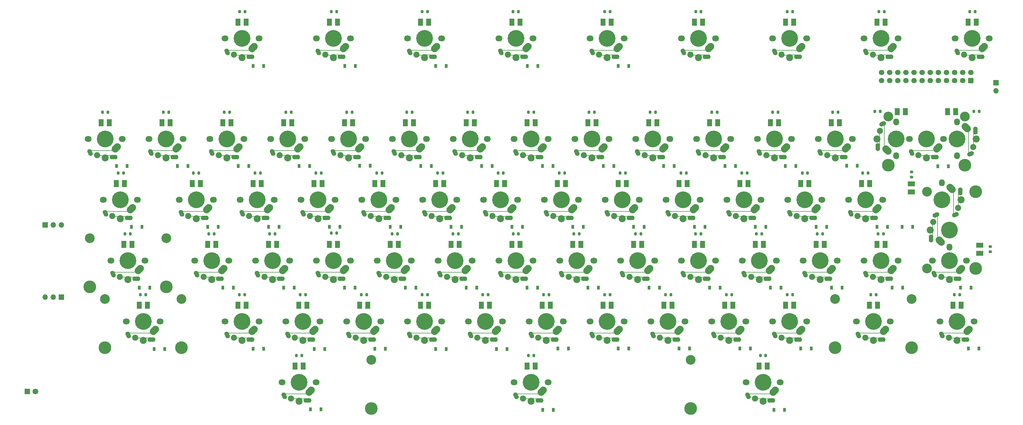
<source format=gbr>
G04 #@! TF.GenerationSoftware,KiCad,Pcbnew,(6.0.10)*
G04 #@! TF.CreationDate,2023-01-22T17:07:08-08:00*
G04 #@! TF.ProjectId,AtariChocXE,41746172-6943-4686-9f63-58452e6b6963,11*
G04 #@! TF.SameCoordinates,Original*
G04 #@! TF.FileFunction,Soldermask,Top*
G04 #@! TF.FilePolarity,Negative*
%FSLAX46Y46*%
G04 Gerber Fmt 4.6, Leading zero omitted, Abs format (unit mm)*
G04 Created by KiCad (PCBNEW (6.0.10)) date 2023-01-22 17:07:08*
%MOMM*%
%LPD*%
G01*
G04 APERTURE LIST*
G04 Aperture macros list*
%AMRoundRect*
0 Rectangle with rounded corners*
0 $1 Rounding radius*
0 $2 $3 $4 $5 $6 $7 $8 $9 X,Y pos of 4 corners*
0 Add a 4 corners polygon primitive as box body*
4,1,4,$2,$3,$4,$5,$6,$7,$8,$9,$2,$3,0*
0 Add four circle primitives for the rounded corners*
1,1,$1+$1,$2,$3*
1,1,$1+$1,$4,$5*
1,1,$1+$1,$6,$7*
1,1,$1+$1,$8,$9*
0 Add four rect primitives between the rounded corners*
20,1,$1+$1,$2,$3,$4,$5,0*
20,1,$1+$1,$4,$5,$6,$7,0*
20,1,$1+$1,$6,$7,$8,$9,0*
20,1,$1+$1,$8,$9,$2,$3,0*%
%AMHorizOval*
0 Thick line with rounded ends*
0 $1 width*
0 $2 $3 position (X,Y) of the first rounded end (center of the circle)*
0 $4 $5 position (X,Y) of the second rounded end (center of the circle)*
0 Add line between two ends*
20,1,$1,$2,$3,$4,$5,0*
0 Add two circle primitives to create the rounded ends*
1,1,$1,$2,$3*
1,1,$1,$4,$5*%
G04 Aperture macros list end*
%ADD10R,1.800000X1.800000*%
%ADD11C,1.800000*%
%ADD12O,2.200000X1.800000*%
%ADD13C,5.250000*%
%ADD14R,6.832600X0.228600*%
%ADD15HorizOval,2.200000X-0.353553X-0.353553X0.353553X0.353553X0*%
%ADD16HorizOval,1.400000X-0.169047X0.362523X0.169047X-0.362523X0*%
%ADD17R,1.312000X0.254000*%
%ADD18C,1.900000*%
%ADD19O,2.500000X1.400000*%
%ADD20R,1.758000X0.284000*%
%ADD21C,2.200000*%
%ADD22R,1.500000X2.300000*%
%ADD23R,2.300000X1.500000*%
%ADD24C,3.987800*%
%ADD25C,3.048000*%
%ADD26O,1.800000X2.200000*%
%ADD27HorizOval,1.400000X-0.362523X-0.169047X0.362523X0.169047X0*%
%ADD28HorizOval,2.200000X0.353553X-0.353553X-0.353553X0.353553X0*%
%ADD29R,0.228600X6.832600*%
%ADD30O,1.400000X2.500000*%
%ADD31R,0.254000X1.312000*%
%ADD32R,0.284000X1.758000*%
%ADD33HorizOval,2.200000X-0.353553X0.353553X0.353553X-0.353553X0*%
%ADD34HorizOval,1.400000X0.362523X0.169047X-0.362523X-0.169047X0*%
%ADD35RoundRect,0.200000X0.200000X0.275000X-0.200000X0.275000X-0.200000X-0.275000X0.200000X-0.275000X0*%
%ADD36R,0.900000X1.200000*%
%ADD37R,1.700000X1.700000*%
%ADD38O,1.700000X1.700000*%
%ADD39RoundRect,0.200000X-0.200000X-0.275000X0.200000X-0.275000X0.200000X0.275000X-0.200000X0.275000X0*%
%ADD40RoundRect,0.200000X0.275000X-0.200000X0.275000X0.200000X-0.275000X0.200000X-0.275000X-0.200000X0*%
%ADD41RoundRect,0.200000X-0.275000X0.200000X-0.275000X-0.200000X0.275000X-0.200000X0.275000X0.200000X0*%
%ADD42RoundRect,0.250000X0.600000X-0.600000X0.600000X0.600000X-0.600000X0.600000X-0.600000X-0.600000X0*%
%ADD43C,1.700000*%
G04 APERTURE END LIST*
D10*
X29360000Y-143200000D03*
D11*
X31900000Y-143200000D03*
D12*
X81767500Y-102160000D03*
D13*
X87097500Y-102160000D03*
D12*
X92427500Y-102160000D03*
D14*
X85878300Y-105843000D03*
D15*
X90597500Y-105030000D03*
D16*
X82397500Y-106410000D03*
D17*
X85827500Y-107367000D03*
D18*
X84557500Y-107240000D03*
D19*
X89697500Y-107910000D03*
D20*
X88357500Y-107352000D03*
D21*
X87097500Y-108160000D03*
D22*
X88367500Y-97080000D03*
X85827500Y-97080000D03*
D13*
X172822500Y-121210000D03*
D12*
X167492500Y-121210000D03*
X178152500Y-121210000D03*
D16*
X168122500Y-125460000D03*
D14*
X171603300Y-124893000D03*
D15*
X176322500Y-124080000D03*
D21*
X172822500Y-127210000D03*
D17*
X171552500Y-126417000D03*
D18*
X170282500Y-126290000D03*
D20*
X174082500Y-126402000D03*
D19*
X175422500Y-126960000D03*
D22*
X174092500Y-116130000D03*
X171552500Y-116130000D03*
D12*
X140052500Y-121210000D03*
X129392500Y-121210000D03*
D13*
X134722500Y-121210000D03*
D14*
X133503300Y-124893000D03*
D15*
X138222500Y-124080000D03*
D16*
X130022500Y-125460000D03*
D18*
X132182500Y-126290000D03*
D19*
X137322500Y-126960000D03*
D17*
X133452500Y-126417000D03*
D20*
X135982500Y-126402000D03*
D21*
X134722500Y-127210000D03*
D22*
X135992500Y-116130000D03*
X133452500Y-116130000D03*
D12*
X224642500Y-121210000D03*
D13*
X229972500Y-121210000D03*
D12*
X235302500Y-121210000D03*
D14*
X228753300Y-124893000D03*
D16*
X225272500Y-125460000D03*
D15*
X233472500Y-124080000D03*
D21*
X229972500Y-127210000D03*
D18*
X227432500Y-126290000D03*
D20*
X231232500Y-126402000D03*
D17*
X228702500Y-126417000D03*
D19*
X232572500Y-126960000D03*
D22*
X231242500Y-116130000D03*
X228702500Y-116130000D03*
D12*
X312748750Y-102160000D03*
X323408750Y-102160000D03*
D13*
X318078750Y-102160000D03*
D15*
X321578750Y-105030000D03*
D14*
X316859550Y-105843000D03*
D16*
X313378750Y-106410000D03*
D20*
X319338750Y-107352000D03*
D17*
X316808750Y-107367000D03*
D18*
X315538750Y-107240000D03*
D21*
X318078750Y-108160000D03*
D19*
X320678750Y-107910000D03*
D23*
X327603750Y-97397500D03*
X327603750Y-99937500D03*
D12*
X119811875Y-140260000D03*
D13*
X114481875Y-140260000D03*
D12*
X109151875Y-140260000D03*
D14*
X113262675Y-143943000D03*
D15*
X117981875Y-143130000D03*
D16*
X109781875Y-144510000D03*
D19*
X117081875Y-146010000D03*
D18*
X111941875Y-145340000D03*
D21*
X114481875Y-146260000D03*
D17*
X113211875Y-145467000D03*
D20*
X115741875Y-145452000D03*
D22*
X115751875Y-135180000D03*
X113211875Y-135180000D03*
D13*
X125197500Y-102160000D03*
D12*
X130527500Y-102160000D03*
X119867500Y-102160000D03*
D15*
X128697500Y-105030000D03*
D14*
X123978300Y-105843000D03*
D16*
X120497500Y-106410000D03*
D20*
X126457500Y-107352000D03*
D21*
X125197500Y-108160000D03*
D17*
X123927500Y-107367000D03*
D18*
X122657500Y-107240000D03*
D19*
X127797500Y-107910000D03*
D22*
X126467500Y-97080000D03*
X123927500Y-97080000D03*
D12*
X138917500Y-102160000D03*
X149577500Y-102160000D03*
D13*
X144247500Y-102160000D03*
D15*
X147747500Y-105030000D03*
D14*
X143028300Y-105843000D03*
D16*
X139547500Y-106410000D03*
D19*
X146847500Y-107910000D03*
D17*
X142977500Y-107367000D03*
D18*
X141707500Y-107240000D03*
D20*
X145507500Y-107352000D03*
D21*
X144247500Y-108160000D03*
D22*
X145517500Y-97080000D03*
X142977500Y-97080000D03*
D12*
X168627500Y-102160000D03*
D13*
X163297500Y-102160000D03*
D12*
X157967500Y-102160000D03*
D16*
X158597500Y-106410000D03*
D15*
X166797500Y-105030000D03*
D14*
X162078300Y-105843000D03*
D18*
X160757500Y-107240000D03*
D21*
X163297500Y-108160000D03*
D20*
X164557500Y-107352000D03*
D19*
X165897500Y-107910000D03*
D17*
X162027500Y-107367000D03*
D22*
X164567500Y-97080000D03*
X162027500Y-97080000D03*
D12*
X177017500Y-102160000D03*
X187677500Y-102160000D03*
D13*
X182347500Y-102160000D03*
D15*
X185847500Y-105030000D03*
D14*
X181128300Y-105843000D03*
D16*
X177647500Y-106410000D03*
D19*
X184947500Y-107910000D03*
D18*
X179807500Y-107240000D03*
D20*
X183607500Y-107352000D03*
D17*
X181077500Y-107367000D03*
D21*
X182347500Y-108160000D03*
D22*
X183617500Y-97080000D03*
X181077500Y-97080000D03*
D12*
X205592500Y-32610000D03*
D13*
X210922500Y-32610000D03*
D12*
X216252500Y-32610000D03*
D16*
X206222500Y-36860000D03*
D14*
X209703300Y-36293000D03*
D15*
X214422500Y-35480000D03*
D21*
X210922500Y-38610000D03*
D19*
X213522500Y-38360000D03*
D20*
X212182500Y-37802000D03*
D18*
X208382500Y-37690000D03*
D17*
X209652500Y-37817000D03*
D22*
X212192500Y-27530000D03*
X209652500Y-27530000D03*
D12*
X325790000Y-121210000D03*
X315130000Y-121210000D03*
D13*
X320460000Y-121210000D03*
D14*
X319240800Y-124893000D03*
D16*
X315760000Y-125460000D03*
D15*
X323960000Y-124080000D03*
D17*
X319190000Y-126417000D03*
D21*
X320460000Y-127210000D03*
D18*
X317920000Y-126290000D03*
D20*
X321720000Y-126402000D03*
D19*
X323060000Y-126960000D03*
D22*
X321730000Y-116130000D03*
X319190000Y-116130000D03*
D12*
X206727500Y-102160000D03*
X196067500Y-102160000D03*
D13*
X201397500Y-102160000D03*
D15*
X204897500Y-105030000D03*
D16*
X196697500Y-106410000D03*
D14*
X200178300Y-105843000D03*
D18*
X198857500Y-107240000D03*
D20*
X202657500Y-107352000D03*
D19*
X203997500Y-107910000D03*
D21*
X201397500Y-108160000D03*
D17*
X200127500Y-107367000D03*
D22*
X202667500Y-97080000D03*
X200127500Y-97080000D03*
D12*
X225777500Y-102160000D03*
X215117500Y-102160000D03*
D13*
X220447500Y-102160000D03*
D15*
X223947500Y-105030000D03*
D14*
X219228300Y-105843000D03*
D16*
X215747500Y-106410000D03*
D19*
X223047500Y-107910000D03*
D18*
X217907500Y-107240000D03*
D21*
X220447500Y-108160000D03*
D20*
X221707500Y-107352000D03*
D17*
X219177500Y-107367000D03*
D22*
X221717500Y-97080000D03*
X219177500Y-97080000D03*
D12*
X244827500Y-102160000D03*
D13*
X239497500Y-102160000D03*
D12*
X234167500Y-102160000D03*
D15*
X242997500Y-105030000D03*
D16*
X234797500Y-106410000D03*
D14*
X238278300Y-105843000D03*
D18*
X236957500Y-107240000D03*
D20*
X240757500Y-107352000D03*
D21*
X239497500Y-108160000D03*
D17*
X238227500Y-107367000D03*
D19*
X242097500Y-107910000D03*
D22*
X240767500Y-97080000D03*
X238227500Y-97080000D03*
D24*
X53666250Y-129465000D03*
D12*
X70996250Y-121210000D03*
D24*
X77666250Y-129465000D03*
D12*
X60336250Y-121210000D03*
D25*
X53666250Y-114225000D03*
D13*
X65666250Y-121210000D03*
D25*
X77666250Y-114225000D03*
D16*
X60966250Y-125460000D03*
D14*
X64447050Y-124893000D03*
D15*
X69166250Y-124080000D03*
D20*
X66926250Y-126402000D03*
D21*
X65666250Y-127210000D03*
D19*
X68266250Y-126960000D03*
D18*
X63126250Y-126290000D03*
D17*
X64396250Y-126417000D03*
D22*
X66936250Y-116130000D03*
X64396250Y-116130000D03*
D12*
X205592500Y-121210000D03*
X216252500Y-121210000D03*
D13*
X210922500Y-121210000D03*
D16*
X206222500Y-125460000D03*
D14*
X209703300Y-124893000D03*
D15*
X214422500Y-124080000D03*
D18*
X208382500Y-126290000D03*
D19*
X213522500Y-126960000D03*
D20*
X212182500Y-126402000D03*
D17*
X209652500Y-126417000D03*
D21*
X210922500Y-127210000D03*
D22*
X212192500Y-116130000D03*
X209652500Y-116130000D03*
D12*
X186542500Y-121210000D03*
D13*
X191872500Y-121210000D03*
D12*
X197202500Y-121210000D03*
D14*
X190653300Y-124893000D03*
D15*
X195372500Y-124080000D03*
D16*
X187172500Y-125460000D03*
D17*
X190602500Y-126417000D03*
D21*
X191872500Y-127210000D03*
D18*
X189332500Y-126290000D03*
D20*
X193132500Y-126402000D03*
D19*
X194472500Y-126960000D03*
D22*
X193142500Y-116130000D03*
X190602500Y-116130000D03*
D13*
X296660000Y-32610000D03*
D12*
X291330000Y-32610000D03*
X301990000Y-32610000D03*
D14*
X295440800Y-36293000D03*
D16*
X291960000Y-36860000D03*
D15*
X300160000Y-35480000D03*
D19*
X299260000Y-38360000D03*
D20*
X297920000Y-37802000D03*
D21*
X296660000Y-38610000D03*
D18*
X294120000Y-37690000D03*
D17*
X295390000Y-37817000D03*
D22*
X297930000Y-27530000D03*
X295390000Y-27530000D03*
D12*
X243692500Y-121210000D03*
X254352500Y-121210000D03*
D13*
X249022500Y-121210000D03*
D15*
X252522500Y-124080000D03*
D14*
X247803300Y-124893000D03*
D16*
X244322500Y-125460000D03*
D20*
X250282500Y-126402000D03*
D17*
X247752500Y-126417000D03*
D19*
X251622500Y-126960000D03*
D21*
X249022500Y-127210000D03*
D18*
X246482500Y-126290000D03*
D22*
X250292500Y-116130000D03*
X247752500Y-116130000D03*
D13*
X277597500Y-102160000D03*
D12*
X272267500Y-102160000D03*
X282927500Y-102160000D03*
D16*
X272897500Y-106410000D03*
D15*
X281097500Y-105030000D03*
D14*
X276378300Y-105843000D03*
D17*
X276327500Y-107367000D03*
D18*
X275057500Y-107240000D03*
D20*
X278857500Y-107352000D03*
D19*
X280197500Y-107910000D03*
D21*
X277597500Y-108160000D03*
D22*
X278867500Y-97080000D03*
X276327500Y-97080000D03*
D25*
X282266250Y-114225000D03*
X306266250Y-114225000D03*
D12*
X288936250Y-121210000D03*
X299596250Y-121210000D03*
D13*
X294266250Y-121210000D03*
D24*
X306266250Y-129465000D03*
X282266250Y-129465000D03*
D16*
X289566250Y-125460000D03*
D14*
X293047050Y-124893000D03*
D15*
X297766250Y-124080000D03*
D21*
X294266250Y-127210000D03*
D20*
X295526250Y-126402000D03*
D17*
X292996250Y-126417000D03*
D18*
X291726250Y-126290000D03*
D19*
X296866250Y-126960000D03*
D22*
X295536250Y-116130000D03*
X292996250Y-116130000D03*
D12*
X100817500Y-102160000D03*
X111477500Y-102160000D03*
D13*
X106147500Y-102160000D03*
D16*
X101447500Y-106410000D03*
D14*
X104928300Y-105843000D03*
D15*
X109647500Y-105030000D03*
D20*
X107407500Y-107352000D03*
D21*
X106147500Y-108160000D03*
D18*
X103607500Y-107240000D03*
D17*
X104877500Y-107367000D03*
D19*
X108747500Y-107910000D03*
D22*
X107417500Y-97080000D03*
X104877500Y-97080000D03*
D13*
X268072500Y-32610000D03*
D12*
X262742500Y-32610000D03*
X273402500Y-32610000D03*
D16*
X263372500Y-36860000D03*
D15*
X271572500Y-35480000D03*
D14*
X266853300Y-36293000D03*
D17*
X266802500Y-37817000D03*
D21*
X268072500Y-38610000D03*
D20*
X269332500Y-37802000D03*
D19*
X270672500Y-38360000D03*
D18*
X265532500Y-37690000D03*
D22*
X269342500Y-27530000D03*
X266802500Y-27530000D03*
D12*
X263877500Y-102160000D03*
X253217500Y-102160000D03*
D13*
X258547500Y-102160000D03*
D15*
X262047500Y-105030000D03*
D14*
X257328300Y-105843000D03*
D16*
X253847500Y-106410000D03*
D19*
X261147500Y-107910000D03*
D21*
X258547500Y-108160000D03*
D18*
X256007500Y-107240000D03*
D17*
X257277500Y-107367000D03*
D20*
X259807500Y-107352000D03*
D22*
X259817500Y-97080000D03*
X257277500Y-97080000D03*
D13*
X268072500Y-121210000D03*
D12*
X273402500Y-121210000D03*
X262742500Y-121210000D03*
D15*
X271572500Y-124080000D03*
D14*
X266853300Y-124893000D03*
D16*
X263372500Y-125460000D03*
D18*
X265532500Y-126290000D03*
D17*
X266802500Y-126417000D03*
D19*
X270672500Y-126960000D03*
D21*
X268072500Y-127210000D03*
D20*
X269332500Y-126402000D03*
D22*
X269342500Y-116130000D03*
X266802500Y-116130000D03*
D25*
X237110000Y-133275000D03*
D12*
X192440000Y-140260000D03*
D13*
X187110000Y-140260000D03*
D24*
X137110000Y-148515000D03*
X237110000Y-148515000D03*
D25*
X137110000Y-133275000D03*
D12*
X181780000Y-140260000D03*
D14*
X185890800Y-143943000D03*
D16*
X182410000Y-144510000D03*
D15*
X190610000Y-143130000D03*
D18*
X184570000Y-145340000D03*
D17*
X185840000Y-145467000D03*
D19*
X189710000Y-146010000D03*
D20*
X188370000Y-145452000D03*
D21*
X187110000Y-146260000D03*
D22*
X188380000Y-135180000D03*
X185840000Y-135180000D03*
D12*
X244827500Y-32610000D03*
X234167500Y-32610000D03*
D13*
X239497500Y-32610000D03*
D15*
X242997500Y-35480000D03*
D16*
X234797500Y-36860000D03*
D14*
X238278300Y-36293000D03*
D19*
X242097500Y-38360000D03*
D18*
X236957500Y-37690000D03*
D17*
X238227500Y-37817000D03*
D20*
X240757500Y-37802000D03*
D21*
X239497500Y-38610000D03*
D22*
X240767500Y-27530000D03*
X238227500Y-27530000D03*
D12*
X159102500Y-121210000D03*
X148442500Y-121210000D03*
D13*
X153772500Y-121210000D03*
D14*
X152553300Y-124893000D03*
D16*
X149072500Y-125460000D03*
D15*
X157272500Y-124080000D03*
D17*
X152502500Y-126417000D03*
D18*
X151232500Y-126290000D03*
D21*
X153772500Y-127210000D03*
D20*
X155032500Y-126402000D03*
D19*
X156372500Y-126960000D03*
D22*
X155042500Y-116130000D03*
X152502500Y-116130000D03*
D12*
X110342500Y-121210000D03*
D13*
X115672500Y-121210000D03*
D12*
X121002500Y-121210000D03*
D16*
X110972500Y-125460000D03*
D15*
X119172500Y-124080000D03*
D14*
X114453300Y-124893000D03*
D20*
X116932500Y-126402000D03*
D17*
X114402500Y-126417000D03*
D19*
X118272500Y-126960000D03*
D18*
X113132500Y-126290000D03*
D21*
X115672500Y-127210000D03*
D22*
X116942500Y-116130000D03*
X114402500Y-116130000D03*
D13*
X96622500Y-121210000D03*
D12*
X101952500Y-121210000D03*
X91292500Y-121210000D03*
D14*
X95403300Y-124893000D03*
D16*
X91922500Y-125460000D03*
D15*
X100122500Y-124080000D03*
D19*
X99222500Y-126960000D03*
D18*
X94082500Y-126290000D03*
D20*
X97882500Y-126402000D03*
D17*
X95352500Y-126417000D03*
D21*
X96622500Y-127210000D03*
D22*
X97892500Y-116130000D03*
X95352500Y-116130000D03*
D13*
X101385000Y-83110000D03*
D12*
X106715000Y-83110000D03*
X96055000Y-83110000D03*
D16*
X96685000Y-87360000D03*
D14*
X100165800Y-86793000D03*
D15*
X104885000Y-85980000D03*
D19*
X103985000Y-88860000D03*
D18*
X98845000Y-88190000D03*
D21*
X101385000Y-89110000D03*
D17*
X100115000Y-88317000D03*
D20*
X102645000Y-88302000D03*
D22*
X102655000Y-78030000D03*
X100115000Y-78030000D03*
D12*
X182915000Y-83110000D03*
D13*
X177585000Y-83110000D03*
D12*
X172255000Y-83110000D03*
D16*
X172885000Y-87360000D03*
D15*
X181085000Y-85980000D03*
D14*
X176365800Y-86793000D03*
D21*
X177585000Y-89110000D03*
D18*
X175045000Y-88190000D03*
D19*
X180185000Y-88860000D03*
D17*
X176315000Y-88317000D03*
D20*
X178845000Y-88302000D03*
D22*
X178855000Y-78030000D03*
X176315000Y-78030000D03*
D12*
X163865000Y-83110000D03*
X153205000Y-83110000D03*
D13*
X158535000Y-83110000D03*
D15*
X162035000Y-85980000D03*
D16*
X153835000Y-87360000D03*
D14*
X157315800Y-86793000D03*
D18*
X155995000Y-88190000D03*
D19*
X161135000Y-88860000D03*
D17*
X157265000Y-88317000D03*
D21*
X158535000Y-89110000D03*
D20*
X159795000Y-88302000D03*
D22*
X159805000Y-78030000D03*
X157265000Y-78030000D03*
D12*
X201965000Y-83110000D03*
D13*
X196635000Y-83110000D03*
D12*
X191305000Y-83110000D03*
D15*
X200135000Y-85980000D03*
D16*
X191935000Y-87360000D03*
D14*
X195415800Y-86793000D03*
D17*
X195365000Y-88317000D03*
D18*
X194095000Y-88190000D03*
D21*
X196635000Y-89110000D03*
D19*
X199235000Y-88860000D03*
D20*
X197895000Y-88302000D03*
D22*
X197905000Y-78030000D03*
X195365000Y-78030000D03*
D26*
X315697500Y-77780000D03*
D13*
X315697500Y-83110000D03*
D27*
X319947500Y-87810000D03*
D28*
X318567500Y-79610000D03*
D29*
X319380500Y-84329200D03*
D18*
X320777500Y-85650000D03*
D30*
X321447500Y-80510000D03*
D21*
X321697500Y-83110000D03*
D31*
X320904500Y-84380000D03*
D32*
X320889500Y-81850000D03*
D23*
X306172500Y-78188750D03*
X306172500Y-80728750D03*
D12*
X248455000Y-83110000D03*
D13*
X253785000Y-83110000D03*
D12*
X259115000Y-83110000D03*
D15*
X257285000Y-85980000D03*
D16*
X249085000Y-87360000D03*
D14*
X252565800Y-86793000D03*
D18*
X251245000Y-88190000D03*
D21*
X253785000Y-89110000D03*
D20*
X255045000Y-88302000D03*
D19*
X256385000Y-88860000D03*
D17*
X252515000Y-88317000D03*
D22*
X255055000Y-78030000D03*
X252515000Y-78030000D03*
D12*
X87665000Y-83110000D03*
D13*
X82335000Y-83110000D03*
D12*
X77005000Y-83110000D03*
D14*
X81115800Y-86793000D03*
D15*
X85835000Y-85980000D03*
D16*
X77635000Y-87360000D03*
D20*
X83595000Y-88302000D03*
D17*
X81065000Y-88317000D03*
D21*
X82335000Y-89110000D03*
D18*
X79795000Y-88190000D03*
D19*
X84935000Y-88860000D03*
D22*
X83605000Y-78030000D03*
X81065000Y-78030000D03*
D13*
X215685000Y-83110000D03*
D12*
X210355000Y-83110000D03*
X221015000Y-83110000D03*
D15*
X219185000Y-85980000D03*
D14*
X214465800Y-86793000D03*
D16*
X210985000Y-87360000D03*
D20*
X216945000Y-88302000D03*
D19*
X218285000Y-88860000D03*
D21*
X215685000Y-89110000D03*
D18*
X213145000Y-88190000D03*
D17*
X214415000Y-88317000D03*
D22*
X216955000Y-78030000D03*
X214415000Y-78030000D03*
D12*
X286555000Y-83110000D03*
X297215000Y-83110000D03*
D13*
X291885000Y-83110000D03*
D16*
X287185000Y-87360000D03*
D15*
X295385000Y-85980000D03*
D14*
X290665800Y-86793000D03*
D21*
X291885000Y-89110000D03*
D18*
X289345000Y-88190000D03*
D19*
X294485000Y-88860000D03*
D20*
X293145000Y-88302000D03*
D17*
X290615000Y-88317000D03*
D22*
X293155000Y-78030000D03*
X290615000Y-78030000D03*
D12*
X278165000Y-83110000D03*
X267505000Y-83110000D03*
D13*
X272835000Y-83110000D03*
D16*
X268135000Y-87360000D03*
D15*
X276335000Y-85980000D03*
D14*
X271615800Y-86793000D03*
D21*
X272835000Y-89110000D03*
D19*
X275435000Y-88860000D03*
D18*
X270295000Y-88190000D03*
D20*
X274095000Y-88302000D03*
D17*
X271565000Y-88317000D03*
D22*
X274105000Y-78030000D03*
X271565000Y-78030000D03*
D12*
X134155000Y-83110000D03*
X144815000Y-83110000D03*
D13*
X139485000Y-83110000D03*
D14*
X138265800Y-86793000D03*
D16*
X134785000Y-87360000D03*
D15*
X142985000Y-85980000D03*
D19*
X142085000Y-88860000D03*
D18*
X136945000Y-88190000D03*
D21*
X139485000Y-89110000D03*
D17*
X138215000Y-88317000D03*
D20*
X140745000Y-88302000D03*
D22*
X140755000Y-78030000D03*
X138215000Y-78030000D03*
D13*
X120435000Y-83110000D03*
D12*
X125765000Y-83110000D03*
X115105000Y-83110000D03*
D16*
X115735000Y-87360000D03*
D14*
X119215800Y-86793000D03*
D15*
X123935000Y-85980000D03*
D18*
X117895000Y-88190000D03*
D20*
X121695000Y-88302000D03*
D19*
X123035000Y-88860000D03*
D17*
X119165000Y-88317000D03*
D21*
X120435000Y-89110000D03*
D22*
X121705000Y-78030000D03*
X119165000Y-78030000D03*
D12*
X229405000Y-83110000D03*
X240065000Y-83110000D03*
D13*
X234735000Y-83110000D03*
D14*
X233515800Y-86793000D03*
D15*
X238235000Y-85980000D03*
D16*
X230035000Y-87360000D03*
D19*
X237335000Y-88860000D03*
D20*
X235995000Y-88302000D03*
D18*
X232195000Y-88190000D03*
D21*
X234735000Y-89110000D03*
D17*
X233465000Y-88317000D03*
D22*
X236005000Y-78030000D03*
X233465000Y-78030000D03*
D13*
X53760000Y-64060000D03*
D12*
X48430000Y-64060000D03*
X59090000Y-64060000D03*
D14*
X52540800Y-67743000D03*
D16*
X49060000Y-68310000D03*
D15*
X57260000Y-66930000D03*
D20*
X55020000Y-69252000D03*
D17*
X52490000Y-69267000D03*
D18*
X51220000Y-69140000D03*
D21*
X53760000Y-70060000D03*
D19*
X56360000Y-69810000D03*
D22*
X55030000Y-58980000D03*
X52490000Y-58980000D03*
D12*
X200830000Y-64060000D03*
X211490000Y-64060000D03*
D13*
X206160000Y-64060000D03*
D14*
X204940800Y-67743000D03*
D16*
X201460000Y-68310000D03*
D15*
X209660000Y-66930000D03*
D17*
X204890000Y-69267000D03*
D18*
X203620000Y-69140000D03*
D21*
X206160000Y-70060000D03*
D19*
X208760000Y-69810000D03*
D20*
X207420000Y-69252000D03*
D22*
X207430000Y-58980000D03*
X204890000Y-58980000D03*
D13*
X168060000Y-64060000D03*
D12*
X162730000Y-64060000D03*
X173390000Y-64060000D03*
D14*
X166840800Y-67743000D03*
D16*
X163360000Y-68310000D03*
D15*
X171560000Y-66930000D03*
D19*
X170660000Y-69810000D03*
D21*
X168060000Y-70060000D03*
D20*
X169320000Y-69252000D03*
D18*
X165520000Y-69140000D03*
D17*
X166790000Y-69267000D03*
D22*
X169330000Y-58980000D03*
X166790000Y-58980000D03*
D12*
X230540000Y-64060000D03*
X219880000Y-64060000D03*
D13*
X225210000Y-64060000D03*
D15*
X228710000Y-66930000D03*
D14*
X223990800Y-67743000D03*
D16*
X220510000Y-68310000D03*
D21*
X225210000Y-70060000D03*
D19*
X227810000Y-69810000D03*
D18*
X222670000Y-69140000D03*
D20*
X226470000Y-69252000D03*
D17*
X223940000Y-69267000D03*
D22*
X226480000Y-58980000D03*
X223940000Y-58980000D03*
D12*
X238930000Y-64060000D03*
D13*
X244260000Y-64060000D03*
D12*
X249590000Y-64060000D03*
D15*
X247760000Y-66930000D03*
D16*
X239560000Y-68310000D03*
D14*
X243040800Y-67743000D03*
D18*
X241720000Y-69140000D03*
D19*
X246860000Y-69810000D03*
D17*
X242990000Y-69267000D03*
D20*
X245520000Y-69252000D03*
D21*
X244260000Y-70060000D03*
D22*
X245530000Y-58980000D03*
X242990000Y-58980000D03*
D12*
X154340000Y-64060000D03*
D13*
X149010000Y-64060000D03*
D12*
X143680000Y-64060000D03*
D14*
X147790800Y-67743000D03*
D16*
X144310000Y-68310000D03*
D15*
X152510000Y-66930000D03*
D20*
X150270000Y-69252000D03*
D17*
X147740000Y-69267000D03*
D18*
X146470000Y-69140000D03*
D21*
X149010000Y-70060000D03*
D19*
X151610000Y-69810000D03*
D22*
X150280000Y-58980000D03*
X147740000Y-58980000D03*
D26*
X301410000Y-69390000D03*
D13*
X301410000Y-64060000D03*
D26*
X301410000Y-58730000D03*
D29*
X297727000Y-62840800D03*
D33*
X298540000Y-67560000D03*
D34*
X297160000Y-59360000D03*
D31*
X296203000Y-62790000D03*
D32*
X296218000Y-65320000D03*
D21*
X295410000Y-64060000D03*
D30*
X295660000Y-66660000D03*
D18*
X296330000Y-61520000D03*
D22*
X301722571Y-55556974D03*
X304262571Y-55556974D03*
D13*
X110910000Y-64060000D03*
D12*
X105580000Y-64060000D03*
X116240000Y-64060000D03*
D15*
X114410000Y-66930000D03*
D16*
X106210000Y-68310000D03*
D14*
X109690800Y-67743000D03*
D20*
X112170000Y-69252000D03*
D19*
X113510000Y-69810000D03*
D17*
X109640000Y-69267000D03*
D18*
X108370000Y-69140000D03*
D21*
X110910000Y-70060000D03*
D22*
X112180000Y-58980000D03*
X109640000Y-58980000D03*
D13*
X282360000Y-64060000D03*
D12*
X277030000Y-64060000D03*
X287690000Y-64060000D03*
D16*
X277660000Y-68310000D03*
D14*
X281140800Y-67743000D03*
D15*
X285860000Y-66930000D03*
D18*
X279820000Y-69140000D03*
D20*
X283620000Y-69252000D03*
D21*
X282360000Y-70060000D03*
D19*
X284960000Y-69810000D03*
D17*
X281090000Y-69267000D03*
D22*
X283630000Y-58980000D03*
X281090000Y-58980000D03*
D12*
X124630000Y-64060000D03*
X135290000Y-64060000D03*
D13*
X129960000Y-64060000D03*
D15*
X133460000Y-66930000D03*
D16*
X125260000Y-68310000D03*
D14*
X128740800Y-67743000D03*
D20*
X131220000Y-69252000D03*
D19*
X132560000Y-69810000D03*
D18*
X127420000Y-69140000D03*
D17*
X128690000Y-69267000D03*
D21*
X129960000Y-70060000D03*
D22*
X131230000Y-58980000D03*
X128690000Y-58980000D03*
D13*
X72810000Y-64060000D03*
D12*
X67480000Y-64060000D03*
X78140000Y-64060000D03*
D15*
X76310000Y-66930000D03*
D16*
X68110000Y-68310000D03*
D14*
X71590800Y-67743000D03*
D20*
X74070000Y-69252000D03*
D21*
X72810000Y-70060000D03*
D18*
X70270000Y-69140000D03*
D19*
X75410000Y-69810000D03*
D17*
X71540000Y-69267000D03*
D22*
X74080000Y-58980000D03*
X71540000Y-58980000D03*
D12*
X268640000Y-64060000D03*
X257980000Y-64060000D03*
D13*
X263310000Y-64060000D03*
D15*
X266810000Y-66930000D03*
D14*
X262090800Y-67743000D03*
D16*
X258610000Y-68310000D03*
D17*
X262040000Y-69267000D03*
D18*
X260770000Y-69140000D03*
D21*
X263310000Y-70060000D03*
D20*
X264570000Y-69252000D03*
D19*
X265910000Y-69810000D03*
D22*
X264580000Y-58980000D03*
X262040000Y-58980000D03*
D26*
X320460000Y-69390000D03*
X320460000Y-58730000D03*
D13*
X320460000Y-64060000D03*
D27*
X324710000Y-68760000D03*
D28*
X323330000Y-60560000D03*
D29*
X324143000Y-65279200D03*
D31*
X325667000Y-65330000D03*
D18*
X325540000Y-66600000D03*
D21*
X326460000Y-64060000D03*
D30*
X326210000Y-61460000D03*
D32*
X325652000Y-62800000D03*
D22*
X320017991Y-55530861D03*
X317477991Y-55530861D03*
D12*
X97190000Y-64060000D03*
X86530000Y-64060000D03*
D13*
X91860000Y-64060000D03*
D15*
X95360000Y-66930000D03*
D16*
X87160000Y-68310000D03*
D14*
X90640800Y-67743000D03*
D19*
X94460000Y-69810000D03*
D21*
X91860000Y-70060000D03*
D18*
X89320000Y-69140000D03*
D17*
X90590000Y-69267000D03*
D20*
X93120000Y-69252000D03*
D22*
X93130000Y-58980000D03*
X90590000Y-58980000D03*
D13*
X187110000Y-64060000D03*
D12*
X192440000Y-64060000D03*
X181780000Y-64060000D03*
D14*
X185890800Y-67743000D03*
D16*
X182410000Y-68310000D03*
D15*
X190610000Y-66930000D03*
D21*
X187110000Y-70060000D03*
D18*
X184570000Y-69140000D03*
D19*
X189710000Y-69810000D03*
D20*
X188370000Y-69252000D03*
D17*
X185840000Y-69267000D03*
D22*
X188380000Y-58980000D03*
X185840000Y-58980000D03*
D12*
X53192500Y-83110000D03*
D13*
X58522500Y-83110000D03*
D12*
X63852500Y-83110000D03*
D15*
X62022500Y-85980000D03*
D16*
X53822500Y-87360000D03*
D14*
X57303300Y-86793000D03*
D17*
X57252500Y-88317000D03*
D20*
X59782500Y-88302000D03*
D21*
X58522500Y-89110000D03*
D18*
X55982500Y-88190000D03*
D19*
X61122500Y-88860000D03*
D22*
X59792500Y-78030000D03*
X57252500Y-78030000D03*
D12*
X301977500Y-102160000D03*
D13*
X296647500Y-102160000D03*
D12*
X291317500Y-102160000D03*
D14*
X295428300Y-105843000D03*
D16*
X291947500Y-106410000D03*
D15*
X300147500Y-105030000D03*
D20*
X297907500Y-107352000D03*
D21*
X296647500Y-108160000D03*
D18*
X294107500Y-107240000D03*
D17*
X295377500Y-107367000D03*
D19*
X299247500Y-107910000D03*
D22*
X297917500Y-97080000D03*
X295377500Y-97080000D03*
D35*
X187935000Y-55725625D03*
X186285000Y-55725625D03*
D13*
X96622500Y-32610000D03*
D12*
X101952500Y-32610000D03*
X91292500Y-32610000D03*
D15*
X100122500Y-35480000D03*
D14*
X95403300Y-36293000D03*
D16*
X91922500Y-36860000D03*
D21*
X96622500Y-38610000D03*
D20*
X97882500Y-37802000D03*
D17*
X95352500Y-37817000D03*
D18*
X94082500Y-37690000D03*
D19*
X99222500Y-38360000D03*
D22*
X97892500Y-27530000D03*
X95352500Y-27530000D03*
D12*
X119867500Y-32610000D03*
D13*
X125197500Y-32610000D03*
D12*
X130527500Y-32610000D03*
D14*
X123978300Y-36293000D03*
D15*
X128697500Y-35480000D03*
D16*
X120497500Y-36860000D03*
D19*
X127797500Y-38360000D03*
D21*
X125197500Y-38610000D03*
D18*
X122657500Y-37690000D03*
D20*
X126457500Y-37802000D03*
D17*
X123927500Y-37817000D03*
D22*
X126467500Y-27530000D03*
X123927500Y-27530000D03*
D13*
X153772500Y-32610000D03*
D12*
X148442500Y-32610000D03*
X159102500Y-32610000D03*
D14*
X152553300Y-36293000D03*
D16*
X149072500Y-36860000D03*
D15*
X157272500Y-35480000D03*
D17*
X152502500Y-37817000D03*
D19*
X156372500Y-38360000D03*
D20*
X155032500Y-37802000D03*
D21*
X153772500Y-38610000D03*
D18*
X151232500Y-37690000D03*
D22*
X155042500Y-27530000D03*
X152502500Y-27530000D03*
D12*
X187677500Y-32610000D03*
D13*
X182347500Y-32610000D03*
D12*
X177017500Y-32610000D03*
D15*
X185847500Y-35480000D03*
D16*
X177647500Y-36860000D03*
D14*
X181128300Y-36293000D03*
D20*
X183607500Y-37802000D03*
D18*
X179807500Y-37690000D03*
D17*
X181077500Y-37817000D03*
D21*
X182347500Y-38610000D03*
D19*
X184947500Y-38360000D03*
D22*
X183617500Y-27530000D03*
X181077500Y-27530000D03*
D36*
X67729000Y-110669000D03*
X64429000Y-110669000D03*
D37*
X40029000Y-113590000D03*
D38*
X37489000Y-113590000D03*
X34949000Y-113590000D03*
D37*
X34964000Y-90984000D03*
D38*
X37504000Y-90984000D03*
X40044000Y-90984000D03*
D35*
X168885000Y-55678000D03*
X167235000Y-55678000D03*
X197587000Y-74728000D03*
X195937000Y-74728000D03*
X97511000Y-24182000D03*
X95861000Y-24182000D03*
X192697500Y-112875625D03*
X191047500Y-112875625D03*
X154661000Y-24182000D03*
X153011000Y-24182000D03*
X183172500Y-93778000D03*
X181522500Y-93778000D03*
X187935000Y-131925625D03*
X186285000Y-131925625D03*
X211811000Y-24182000D03*
X210161000Y-24182000D03*
X206922000Y-55678000D03*
X205272000Y-55678000D03*
X149835000Y-55678000D03*
X148185000Y-55678000D03*
X216637000Y-74728000D03*
X214987000Y-74728000D03*
X159487000Y-74728000D03*
X157837000Y-74728000D03*
X221463000Y-93778000D03*
X219813000Y-93778000D03*
X164313000Y-93778000D03*
X162663000Y-93778000D03*
X211811000Y-112828000D03*
X210161000Y-112828000D03*
X173647500Y-112875625D03*
X171997500Y-112875625D03*
X226035000Y-55678000D03*
X224385000Y-55678000D03*
X131039000Y-55678000D03*
X129389000Y-55678000D03*
X235687000Y-74728000D03*
X234037000Y-74728000D03*
X140437000Y-74728000D03*
X138787000Y-74728000D03*
X240259000Y-93778000D03*
X238609000Y-93778000D03*
X145263000Y-93778000D03*
X143613000Y-93778000D03*
X230861000Y-112828000D03*
X229211000Y-112828000D03*
X154661000Y-112828000D03*
X153011000Y-112828000D03*
X245339000Y-55678000D03*
X243689000Y-55678000D03*
X111989000Y-55678000D03*
X110339000Y-55678000D03*
X254737000Y-74728000D03*
X253087000Y-74728000D03*
X121387000Y-74728000D03*
X119737000Y-74728000D03*
X259309000Y-93778000D03*
X257659000Y-93778000D03*
X126213000Y-93524000D03*
X124563000Y-93524000D03*
X249911000Y-112828000D03*
X248261000Y-112828000D03*
X135611000Y-112828000D03*
X133961000Y-112828000D03*
X264389000Y-55678000D03*
X262739000Y-55678000D03*
X273660000Y-74728000D03*
X272010000Y-74728000D03*
X102337000Y-74728000D03*
X100687000Y-74728000D03*
X278359000Y-93778000D03*
X276709000Y-93778000D03*
X106909000Y-93778000D03*
X105259000Y-93778000D03*
X268961000Y-112828000D03*
X267311000Y-112828000D03*
X116497500Y-112875625D03*
X114847500Y-112875625D03*
X73635000Y-55678000D03*
X71985000Y-55678000D03*
X292583000Y-74728000D03*
X290933000Y-74728000D03*
X83033000Y-74728000D03*
X81383000Y-74728000D03*
X297409000Y-93778000D03*
X295759000Y-93778000D03*
X87859000Y-93778000D03*
X86209000Y-93778000D03*
X321285000Y-112828000D03*
X319635000Y-112828000D03*
X97447500Y-112875625D03*
X95797500Y-112875625D03*
X296393000Y-55424000D03*
X294743000Y-55424000D03*
D39*
X52935000Y-55678000D03*
X54585000Y-55678000D03*
D40*
X306236000Y-76061000D03*
X306236000Y-74411000D03*
D35*
X59502000Y-74728000D03*
X57852000Y-74728000D03*
X126213000Y-24182000D03*
X124563000Y-24182000D03*
D41*
X330874000Y-97779000D03*
X330874000Y-99429000D03*
D39*
X325731000Y-55424000D03*
X327381000Y-55424000D03*
D35*
X115306875Y-131925625D03*
X113656875Y-131925625D03*
X240322500Y-24182000D03*
X238672500Y-24182000D03*
X268961000Y-24182000D03*
X267311000Y-24182000D03*
X297663000Y-24182000D03*
X296013000Y-24182000D03*
X326111000Y-24182000D03*
X324461000Y-24182000D03*
X178410000Y-74728000D03*
X176760000Y-74728000D03*
X202159000Y-93778000D03*
X200509000Y-93778000D03*
X92685000Y-55678000D03*
X91035000Y-55678000D03*
X283185000Y-55678000D03*
X281535000Y-55678000D03*
X183109000Y-24182000D03*
X181459000Y-24182000D03*
X295123000Y-112828000D03*
X293473000Y-112828000D03*
D13*
X325222500Y-32610000D03*
D12*
X319892500Y-32610000D03*
X330552500Y-32610000D03*
D16*
X320522500Y-36860000D03*
D15*
X328722500Y-35480000D03*
D14*
X324003300Y-36293000D03*
D17*
X323952500Y-37817000D03*
D21*
X325222500Y-38610000D03*
D20*
X326482500Y-37802000D03*
D18*
X322682500Y-37690000D03*
D19*
X327822500Y-38360000D03*
D22*
X326492500Y-27530000D03*
X323952500Y-27530000D03*
D35*
X66459742Y-112875625D03*
X64809742Y-112875625D03*
X61634000Y-93778000D03*
X59984000Y-93778000D03*
D39*
X258913125Y-131925625D03*
X260563125Y-131925625D03*
D37*
X332683000Y-46477000D03*
D38*
X332683000Y-49017000D03*
D36*
X141462000Y-129792000D03*
X138162000Y-129792000D03*
X251117000Y-72569000D03*
X247817000Y-72569000D03*
X303316000Y-91619000D03*
X306616000Y-91619000D03*
X208191000Y-110669000D03*
X204891000Y-110669000D03*
X117767000Y-72569000D03*
X114467000Y-72569000D03*
X279692000Y-91619000D03*
X276392000Y-91619000D03*
D12*
X316265000Y-64060000D03*
D24*
X298935000Y-72315000D03*
D25*
X298935000Y-57075000D03*
D12*
X305605000Y-64060000D03*
D24*
X322935000Y-72315000D03*
D13*
X310935000Y-64060000D03*
D25*
X322935000Y-57075000D03*
D16*
X306235000Y-68310000D03*
D14*
X309715800Y-67743000D03*
D15*
X314435000Y-66930000D03*
D19*
X313535000Y-69810000D03*
D20*
X312195000Y-69252000D03*
D17*
X309665000Y-69267000D03*
D21*
X310935000Y-70060000D03*
D18*
X308395000Y-69140000D03*
D36*
X93891000Y-110669000D03*
X90591000Y-110669000D03*
X265341000Y-110669000D03*
X262041000Y-110669000D03*
D13*
X60903750Y-102160000D03*
D25*
X72903750Y-95175000D03*
D24*
X48903750Y-110415000D03*
D12*
X55573750Y-102160000D03*
D24*
X72903750Y-110415000D03*
D12*
X66233750Y-102160000D03*
D25*
X48903750Y-95175000D03*
D15*
X64403750Y-105030000D03*
D16*
X56203750Y-106410000D03*
D14*
X59684550Y-105843000D03*
D18*
X58363750Y-107240000D03*
D20*
X62163750Y-107352000D03*
D17*
X59633750Y-107367000D03*
D21*
X60903750Y-108160000D03*
D19*
X63503750Y-107910000D03*
D22*
X62173750Y-97080000D03*
X59633750Y-97080000D03*
D36*
X270040000Y-72569000D03*
X266740000Y-72569000D03*
X260642000Y-91619000D03*
X257342000Y-91619000D03*
X284518000Y-110669000D03*
X281218000Y-110669000D03*
X324904000Y-110669000D03*
X321604000Y-110669000D03*
X193967000Y-72569000D03*
X190667000Y-72569000D03*
X131991000Y-110669000D03*
X128691000Y-110669000D03*
X189268000Y-41200000D03*
X185968000Y-41200000D03*
X298742000Y-91619000D03*
X295442000Y-91619000D03*
X266484000Y-148896000D03*
X263184000Y-148896000D03*
X121323000Y-148769000D03*
X118023000Y-148769000D03*
X103362000Y-129792000D03*
X100062000Y-129792000D03*
X184442000Y-91619000D03*
X181142000Y-91619000D03*
X103416000Y-41200000D03*
X100116000Y-41200000D03*
X165392000Y-91619000D03*
X162092000Y-91619000D03*
X179616000Y-129846000D03*
X176316000Y-129846000D03*
X174917000Y-72569000D03*
X171617000Y-72569000D03*
X89192000Y-91619000D03*
X85892000Y-91619000D03*
X213017000Y-72588000D03*
X209717000Y-72588000D03*
X151041000Y-110669000D03*
X147741000Y-110669000D03*
X122478000Y-129846000D03*
X119178000Y-129846000D03*
X317784000Y-72642000D03*
X314484000Y-72642000D03*
X198770000Y-129719000D03*
X195470000Y-129719000D03*
X65316000Y-91619000D03*
X62016000Y-91619000D03*
X160516000Y-41200000D03*
X157216000Y-41200000D03*
X72428000Y-129846000D03*
X69128000Y-129846000D03*
X160528000Y-129846000D03*
X157228000Y-129846000D03*
D25*
X311093750Y-104635000D03*
D13*
X318078750Y-92635000D03*
D24*
X326333750Y-104635000D03*
D26*
X318078750Y-97965000D03*
D25*
X311093750Y-80635000D03*
D24*
X326333750Y-80635000D03*
D29*
X314395750Y-91415800D03*
D33*
X315208750Y-96135000D03*
D34*
X313828750Y-87935000D03*
D31*
X312871750Y-91365000D03*
D30*
X312328750Y-95235000D03*
D21*
X312078750Y-92635000D03*
D32*
X312886750Y-93895000D03*
D18*
X312998750Y-90095000D03*
D36*
X274866000Y-129719000D03*
X271566000Y-129719000D03*
X189141000Y-110669000D03*
X185841000Y-110669000D03*
X303441000Y-110669000D03*
X300141000Y-110669000D03*
D13*
X259738125Y-140260000D03*
D12*
X265068125Y-140260000D03*
X254408125Y-140260000D03*
D15*
X263238125Y-143130000D03*
D14*
X258518925Y-143943000D03*
D16*
X255038125Y-144510000D03*
D17*
X258468125Y-145467000D03*
D20*
X260998125Y-145452000D03*
D21*
X259738125Y-146260000D03*
D18*
X257198125Y-145340000D03*
D19*
X262338125Y-146010000D03*
D22*
X261008125Y-135180000D03*
X258468125Y-135180000D03*
D36*
X289244000Y-72496000D03*
X285944000Y-72496000D03*
X146342000Y-91619000D03*
X143042000Y-91619000D03*
X246291000Y-110669000D03*
X242991000Y-110669000D03*
X112940000Y-110669000D03*
X109640000Y-110669000D03*
X132118000Y-41200000D03*
X128818000Y-41200000D03*
X108242000Y-91619000D03*
X104942000Y-91619000D03*
X231940000Y-72569000D03*
X228640000Y-72569000D03*
X241592000Y-91619000D03*
X238292000Y-91619000D03*
X227368000Y-110669000D03*
X224068000Y-110669000D03*
X236766000Y-129719000D03*
X233466000Y-129719000D03*
X98717000Y-72569000D03*
X95417000Y-72569000D03*
X79667000Y-72569000D03*
X76367000Y-72569000D03*
X217716000Y-129719000D03*
X214416000Y-129719000D03*
X60617000Y-72569000D03*
X57317000Y-72569000D03*
X203492000Y-91619000D03*
X200192000Y-91619000D03*
X155867000Y-72569000D03*
X152567000Y-72569000D03*
X327317000Y-129719000D03*
X324017000Y-129719000D03*
X255816000Y-129719000D03*
X252516000Y-129719000D03*
X222542000Y-91619000D03*
X219242000Y-91619000D03*
X127292000Y-91619000D03*
X123992000Y-91619000D03*
X136740000Y-72515000D03*
X133440000Y-72515000D03*
X170091000Y-110669000D03*
X166791000Y-110669000D03*
X194094000Y-148896000D03*
X190794000Y-148896000D03*
X217716000Y-41200000D03*
X214416000Y-41200000D03*
D42*
X324778000Y-45772000D03*
D43*
X324778000Y-43232000D03*
X322238000Y-45772000D03*
X322238000Y-43232000D03*
X319698000Y-45772000D03*
X319698000Y-43232000D03*
X317158000Y-45772000D03*
X317158000Y-43232000D03*
X314618000Y-45772000D03*
X314618000Y-43232000D03*
X312078000Y-45772000D03*
X312078000Y-43232000D03*
X309538000Y-45772000D03*
X309538000Y-43232000D03*
X306998000Y-45772000D03*
X306998000Y-43232000D03*
X304458000Y-45772000D03*
X304458000Y-43232000D03*
X301918000Y-45772000D03*
X301918000Y-43232000D03*
X299378000Y-45772000D03*
X299378000Y-43232000D03*
X296838000Y-45772000D03*
X296838000Y-43232000D03*
M02*

</source>
